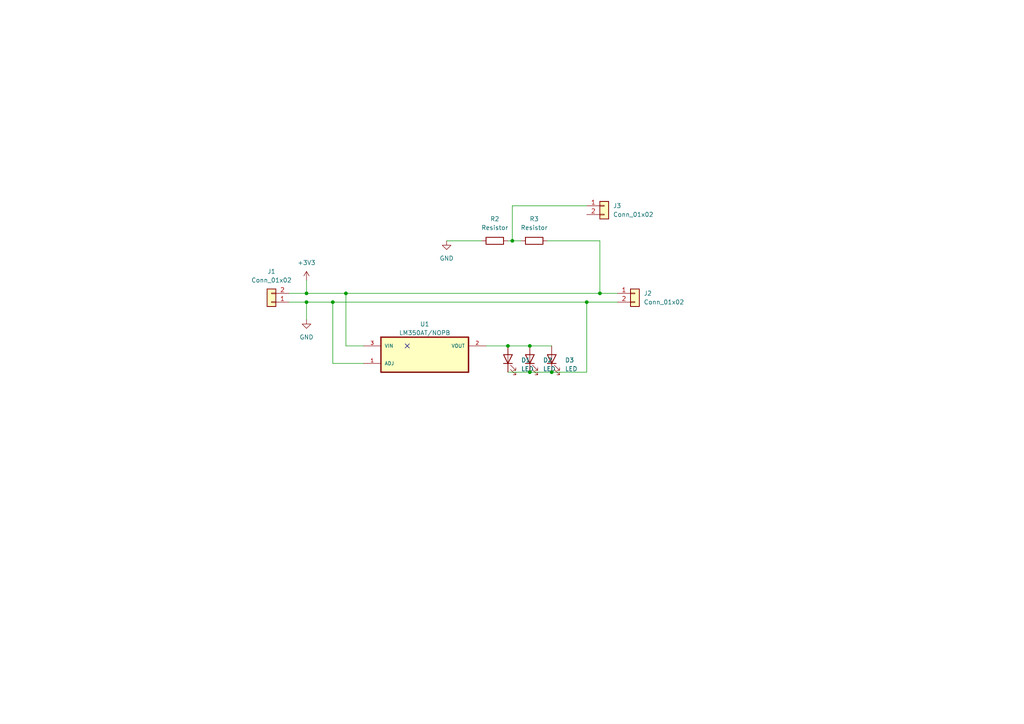
<source format=kicad_sch>
(kicad_sch (version 20211123) (generator eeschema)
  (paper "A4")
  (lib_symbols
    (symbol "RCAS_Connectors_Generic:Conn_01x02" (pin_names (offset 1.016) hide)
      (property "Reference" "J" (at 0 2.54 0))
      (property "Value" "Conn_01x02" (at 0 -5.08 0))
      (symbol "Conn_01x02_1_1"
        (rectangle (start -1.27 -2.413) (end 0 -2.667) (stroke (width 0.1524)))
        (rectangle (start -1.27 0.127) (end 0 -0.127) (stroke (width 0.1524)))
        (rectangle (start -1.27 1.27) (end 1.27 -3.81) (stroke (width 0.254)) (fill (type background)))
        (pin passive line (at -5.08 0 0) (length 3.81) (name "Pin_1") (number "1"))
        (pin passive line (at -5.08 -2.54 0) (length 3.81) (name "Pin_2") (number "2"))
      )
    )
    (symbol "RCAS_LEDs:LED" (pin_numbers hide) (pin_names (offset 1.016) hide)
      (property "Reference" "D" (at 0 2.54 0))
      (property "Value" "LED" (at 0 -2.54 0))
      (symbol "LED_0_1"
        (polyline (pts (xy -1.27 -1.27) (xy -1.27 1.27)) (stroke (width 0.254)))
        (polyline (pts (xy -1.27 0) (xy 1.27 0)))
        (polyline (pts (xy 1.27 -1.27) (xy 1.27 1.27) (xy -1.27 0) (xy 1.27 -1.27)) (stroke (width 0.254)))
        (polyline (pts (xy -3.048 -0.762) (xy -4.572 -2.286) (xy -3.81 -2.286) (xy -4.572 -2.286) (xy -4.572 -1.524)))
        (polyline (pts (xy -1.778 -0.762) (xy -3.302 -2.286) (xy -2.54 -2.286) (xy -3.302 -2.286) (xy -3.302 -1.524)))
      )
      (symbol "LED_1_1"
        (pin passive line (at -3.81 0 0) (length 2.54) (name "K") (number "1"))
        (pin passive line (at 3.81 0 180) (length 2.54) (name "A") (number "2"))
      )
    )
    (symbol "RCAS_LM350AT_NOPB:LM350AT{slash}NOPB" (pin_names (offset 1.016))
      (property "Reference" "U" (at -12.7 6.0706 0))
      (property "Value" "LM350AT{slash}NOPB" (at -12.7 -9.0678 0))
      (symbol "LM350AT{slash}NOPB_0_0"
        (rectangle (start -12.7 -5.08) (end 12.7 5.08) (stroke (width 0.4064)) (fill (type background)))
        (pin bidirectional line (at -17.78 -2.54 0) (length 5.08) (name "ADJ") (number "1"))
        (pin output line (at 17.78 2.54 180) (length 5.08) (name "VOUT") (number "2"))
        (pin input line (at -17.78 2.54 0) (length 5.08) (name "VIN") (number "3"))
      )
    )
    (symbol "RCAS_Passives:Resistor" (pin_numbers hide) (pin_names (offset 0))
      (property "Reference" "R" (at 2.032 0 90))
      (property "Value" "Resistor" (at 0 0 90))
      (symbol "Resistor_0_1"
        (rectangle (start -1.016 -2.54) (end 1.016 2.54) (stroke (width 0.254)))
      )
      (symbol "Resistor_1_1"
        (pin passive line (at 0 3.81 270) (length 1.27) (name "~") (number "1"))
        (pin passive line (at 0 -3.81 90) (length 1.27) (name "~") (number "2"))
      )
    )
    (symbol "RCAS_Power_Symbols:+3V3" (power) (pin_names (offset 0))
      (property "Value" "+3V3" (at 0 3.556 0))
      (symbol "+3V3_0_1"
        (polyline (pts (xy -0.762 1.27) (xy 0 2.54)))
        (polyline (pts (xy 0 0) (xy 0 2.54)))
        (polyline (pts (xy 0 2.54) (xy 0.762 1.27)))
      )
      (symbol "+3V3_1_1"
        (pin power_in line (at 0 0 90) (length 0) hide (name "+3V3") (number "1"))
      )
    )
    (symbol "RCAS_Power_Symbols:GND" (power) (pin_names (offset 0))
      (property "Value" "GND" (at 0 -3.81 0))
      (symbol "GND_0_1"
        (polyline (pts (xy 0 0) (xy 0 -1.27) (xy 1.27 -1.27) (xy 0 -2.54) (xy -1.27 -1.27) (xy 0 -1.27)))
      )
      (symbol "GND_1_1"
        (pin power_in line (at 0 0 270) (length 0) hide (name "GND") (number "1"))
      )
    )
  )
  (junction (at 96.52 87.63))
  (junction (at 153.67 107.95))
  (junction (at 153.67 100.33))
  (junction (at 88.9 85.09))
  (junction (at 88.9 87.63))
  (junction (at 173.99 85.09))
  (junction (at 170.18 87.63))
  (junction (at 147.32 100.33))
  (junction (at 160.02 107.95))
  (junction (at 100.33 85.09))
  (junction (at 148.59 69.85))
  (no_connect (at 118.11 100.33))
  (wire (pts (xy 147.32 69.85) (xy 148.59 69.85)))
  (wire (pts (xy 173.99 85.09) (xy 173.99 69.85)))
  (wire (pts (xy 129.54 69.85) (xy 139.7 69.85)))
  (wire (pts (xy 140.97 100.33) (xy 147.32 100.33)))
  (wire (pts (xy 100.33 85.09) (xy 173.99 85.09)))
  (wire (pts (xy 147.32 100.33) (xy 153.67 100.33)))
  (wire (pts (xy 83.82 87.63) (xy 88.9 87.63)))
  (wire (pts (xy 173.99 85.09) (xy 179.07 85.09)))
  (wire (pts (xy 88.9 87.63) (xy 96.52 87.63)))
  (wire (pts (xy 96.52 87.63) (xy 170.18 87.63)))
  (wire (pts (xy 148.59 69.85) (xy 148.59 59.69)))
  (wire (pts (xy 158.75 69.85) (xy 173.99 69.85)))
  (wire (pts (xy 148.59 59.69) (xy 170.18 59.69)))
  (wire (pts (xy 83.82 85.09) (xy 88.9 85.09)))
  (wire (pts (xy 160.02 107.95) (xy 170.18 107.95)))
  (wire (pts (xy 88.9 87.63) (xy 88.9 92.71)))
  (wire (pts (xy 170.18 87.63) (xy 170.18 107.95)))
  (wire (pts (xy 153.67 100.33) (xy 160.02 100.33)))
  (wire (pts (xy 88.9 85.09) (xy 100.33 85.09)))
  (wire (pts (xy 153.67 107.95) (xy 160.02 107.95)))
  (wire (pts (xy 100.33 100.33) (xy 100.33 85.09)))
  (wire (pts (xy 88.9 81.28) (xy 88.9 85.09)))
  (wire (pts (xy 96.52 105.41) (xy 96.52 87.63)))
  (wire (pts (xy 105.41 100.33) (xy 100.33 100.33)))
  (wire (pts (xy 105.41 105.41) (xy 96.52 105.41)))
  (wire (pts (xy 148.59 69.85) (xy 151.13 69.85)))
  (wire (pts (xy 147.32 107.95) (xy 153.67 107.95)))
  (wire (pts (xy 170.18 87.63) (xy 179.07 87.63)))
  (symbol (lib_id "RCAS_Passives:Resistor") (at 143.51 69.85 90) (unit 1)
    (property "Reference" "R2" (at 143.51 63.5 90))
    (property "Value" "Resistor" (at 143.51 66.04 90))
    (property "Footprint" "RCAS_Resistor_SMD:R_0201_0603Metric" (effects hide))
  )
  (symbol (lib_id "RCAS_Connectors_Generic:Conn_01x02") (at 78.74 87.63 180) (unit 1)
    (property "Reference" "J1" (at 78.74 78.74 0))
    (property "Value" "Conn_01x02" (at 78.74 81.28 0))
    (property "Footprint" "RCAS_Connector_Molex:Molex_Mini-Fit_Jr_5566-02A_2x01_P4.20mm_Vertical" (effects hide))
  )
  (symbol (lib_id "RCAS_Connectors_Generic:Conn_01x02") (at 184.15 85.09 0) (unit 1)
    (property "Reference" "J2" (at 186.69 85.0899 0) (effects (justify left)))
    (property "Value" "Conn_01x02" (at 186.69 87.6299 0) (effects (justify left)))
    (property "Footprint" "RCAS_Connector_Molex:Molex_Mini-Fit_Jr_5566-02A_2x01_P4.20mm_Vertical" (effects hide))
  )
  (symbol (lib_id "RCAS_LEDs:LED") (at 147.32 104.14 90) (unit 1)
    (property "Reference" "D1" (at 151.13 104.4574 90) (effects (justify right)))
    (property "Value" "LED" (at 151.13 106.9974 90) (effects (justify right)))
  )
  (symbol (lib_id "RCAS_Power_Symbols:GND") (at 88.9 92.71 0) (unit 1)
    (property "Reference" "#PWR0103" (effects hide))
    (property "Value" "GND" (at 88.9 97.79 0))
  )
  (symbol (lib_id "RCAS_Passives:Resistor") (at 154.94 69.85 90) (unit 1)
    (property "Reference" "R3" (at 154.94 63.5 90))
    (property "Value" "Resistor" (at 154.94 66.04 90))
    (property "Footprint" "RCAS_Resistor_SMD:R_0201_0603Metric" (effects hide))
  )
  (symbol (lib_id "RCAS_LM350AT_NOPB:LM350AT{slash}NOPB") (at 123.19 102.87 0) (unit 1)
    (property "Reference" "U1" (at 123.19 94.014 0))
    (property "Value" "LM350AT/NOPB" (at 123.19 96.5509 0))
    (property "Footprint" "TO254P1054X470X1955-3" (effects hide))
  )
  (symbol (lib_id "RCAS_Connectors_Generic:Conn_01x02") (at 175.26 59.69 0) (unit 1)
    (property "Reference" "J3" (at 177.8 59.6899 0) (effects (justify left)))
    (property "Value" "Conn_01x02" (at 177.8 62.2299 0) (effects (justify left)))
    (property "Footprint" "RCAS_Connector_Molex:Molex_Mini-Fit_Jr_5566-02A_2x01_P4.20mm_Vertical" (effects hide))
  )
  (symbol (lib_id "RCAS_LEDs:LED") (at 160.02 104.14 90) (unit 1)
    (property "Reference" "D3" (at 163.83 104.4574 90) (effects (justify right)))
    (property "Value" "LED" (at 163.83 106.9974 90) (effects (justify right)))
    (property "Footprint" "RCAS_Diode_SMD:D_0201_0603Metric" (effects hide))
  )
  (symbol (lib_id "RCAS_Power_Symbols:+3V3") (at 88.9 81.28 0) (unit 1)
    (property "Reference" "#PWR0101" (effects hide))
    (property "Value" "+3V3" (at 88.9 76.2 0))
  )
  (symbol (lib_id "RCAS_LEDs:LED") (at 153.67 104.14 90) (unit 1)
    (property "Reference" "D2" (at 157.48 104.4574 90) (effects (justify right)))
    (property "Value" "LED" (at 157.48 106.9974 90) (effects (justify right)))
  )
  (symbol (lib_id "RCAS_Power_Symbols:GND") (at 129.54 69.85 0) (unit 1)
    (property "Reference" "#PWR0102" (effects hide))
    (property "Value" "GND" (at 129.54 74.93 0))
  )
)
</source>
